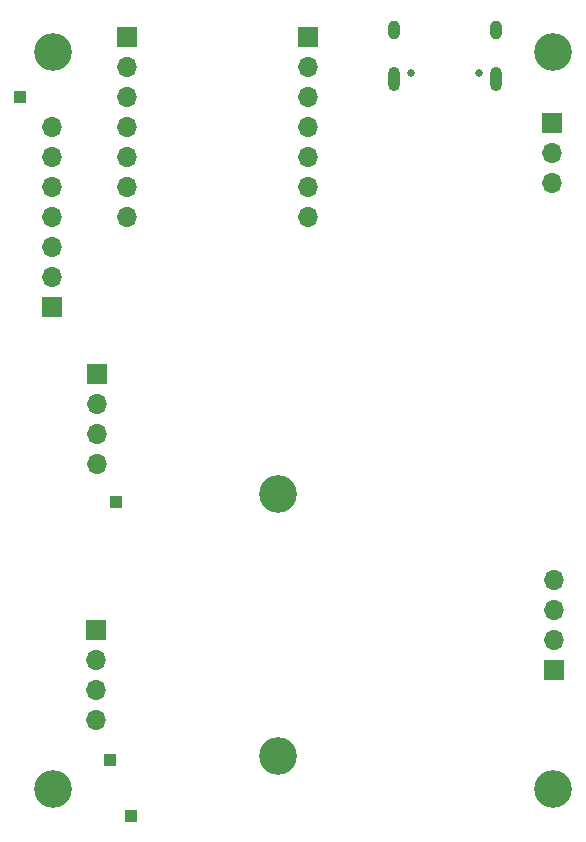
<source format=gbs>
%TF.GenerationSoftware,KiCad,Pcbnew,7.0.10-7.0.10~ubuntu22.04.1*%
%TF.CreationDate,2024-02-19T22:46:55+08:00*%
%TF.ProjectId,motor-controller-pcb,6d6f746f-722d-4636-9f6e-74726f6c6c65,2.1b1*%
%TF.SameCoordinates,Original*%
%TF.FileFunction,Soldermask,Bot*%
%TF.FilePolarity,Negative*%
%FSLAX46Y46*%
G04 Gerber Fmt 4.6, Leading zero omitted, Abs format (unit mm)*
G04 Created by KiCad (PCBNEW 7.0.10-7.0.10~ubuntu22.04.1) date 2024-02-19 22:46:55*
%MOMM*%
%LPD*%
G01*
G04 APERTURE LIST*
%ADD10R,1.000000X1.000000*%
%ADD11R,1.700000X1.700000*%
%ADD12O,1.700000X1.700000*%
%ADD13C,3.200000*%
%ADD14C,0.650000*%
%ADD15O,1.000000X2.100000*%
%ADD16O,1.000000X1.600000*%
G04 APERTURE END LIST*
D10*
%TO.C,TP4*%
X112850000Y-123300000D03*
%TD*%
%TO.C,TP2*%
X105180000Y-67160000D03*
%TD*%
%TO.C,TP1*%
X113280000Y-101480000D03*
%TD*%
D11*
%TO.C,J5*%
X150270000Y-69420000D03*
D12*
X150270000Y-71960000D03*
X150270000Y-74500000D03*
%TD*%
D13*
%TO.C,H5*%
X127060000Y-100780000D03*
%TD*%
D10*
%TO.C,TP3*%
X114580000Y-128080000D03*
%TD*%
D14*
%TO.C,J1*%
X144090000Y-65140000D03*
X138310000Y-65140000D03*
D15*
X145520000Y-65670000D03*
D16*
X145520000Y-61490000D03*
D15*
X136880000Y-65670000D03*
D16*
X136880000Y-61490000D03*
%TD*%
D11*
%TO.C,J2*%
X150420000Y-115710000D03*
D12*
X150420000Y-113170000D03*
X150420000Y-110630000D03*
X150420000Y-108090000D03*
%TD*%
D11*
%TO.C,U4*%
X114290000Y-62120000D03*
D12*
X114290000Y-64660000D03*
X114290000Y-67200000D03*
X114290000Y-69740000D03*
X129540000Y-67200000D03*
X114290000Y-72280000D03*
X114290000Y-74820000D03*
D11*
X129540000Y-62120000D03*
D12*
X114250000Y-77370000D03*
X129540000Y-77360000D03*
X129540000Y-74820000D03*
X129540000Y-72280000D03*
X129540000Y-69740000D03*
X129540000Y-64660000D03*
%TD*%
D13*
%TO.C,H3*%
X107950000Y-125760000D03*
%TD*%
%TO.C,H1*%
X150328000Y-63385000D03*
%TD*%
%TO.C,H4*%
X150290000Y-125780000D03*
%TD*%
D11*
%TO.C,J6*%
X107940000Y-85010000D03*
D12*
X107940000Y-82470000D03*
X107940000Y-79930000D03*
X107940000Y-77390000D03*
X107940000Y-74850000D03*
X107940000Y-72310000D03*
X107940000Y-69770000D03*
%TD*%
D13*
%TO.C,H6*%
X127040000Y-123020000D03*
%TD*%
%TO.C,H2*%
X107948000Y-63385000D03*
%TD*%
D11*
%TO.C,J4*%
X111690000Y-90680000D03*
D12*
X111690000Y-93220000D03*
X111690000Y-95760000D03*
X111690000Y-98300000D03*
%TD*%
D11*
%TO.C,J8*%
X111655000Y-112310000D03*
D12*
X111655000Y-114850000D03*
X111655000Y-117390000D03*
X111655000Y-119930000D03*
%TD*%
M02*

</source>
